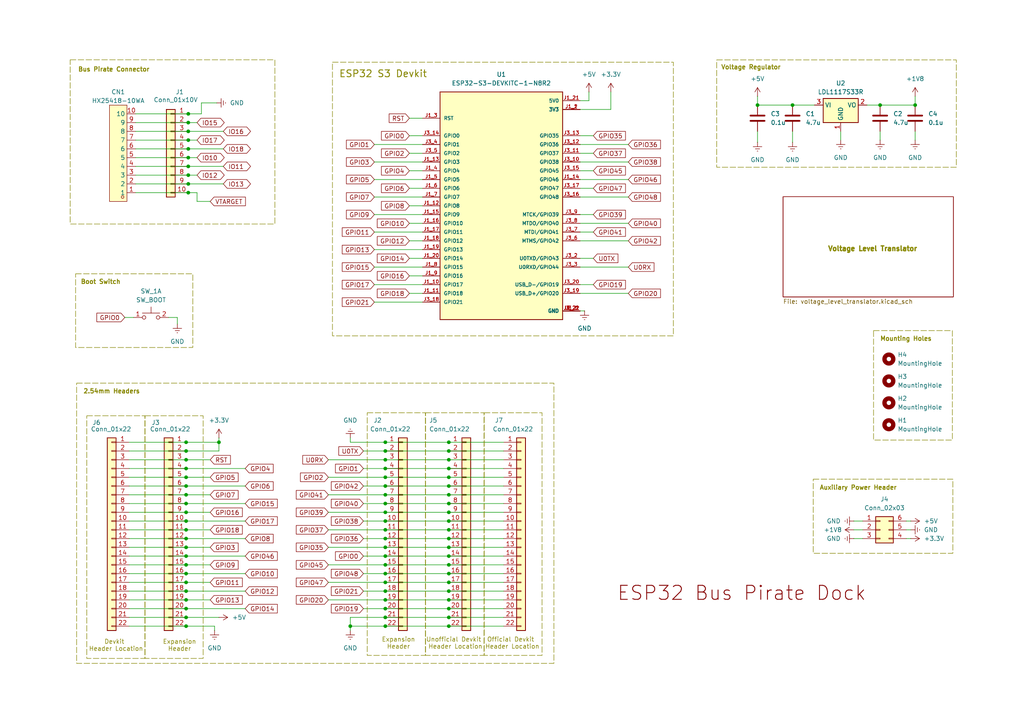
<source format=kicad_sch>
(kicad_sch (version 20250114) (generator "eeschema") (generator_version "9.0")
  (paper "A4")
  (title_block (title "ESP32 Bus Pirate Dock") (date "2025-09-21") (company "ESP32 Bus Pirate"))
  (lib_symbols
    (symbol "CONN-TH_HX25418-10WA:HX25418-10WA"
      (property "Reference" "CN" (at 0 16.51 0))
      (property "Value" "HX25418-10WA" (at 0 -16.51 0))
      (symbol "HX25418-10WA_0_1"
        (pin unspecified line (at -5.08 11.43 0) (length 2.54) (name "1") (number "1"))
        (pin unspecified line (at -5.08 8.89 0) (length 2.54) (name "2") (number "2"))
        (pin unspecified line (at -5.08 6.35 0) (length 2.54) (name "3") (number "3"))
        (pin unspecified line (at -5.08 3.81 0) (length 2.54) (name "4") (number "4"))
        (pin unspecified line (at -5.08 1.27 0) (length 2.54) (name "5") (number "5"))
        (pin unspecified line (at -5.08 -1.27 0) (length 2.54) (name "6") (number "6"))
        (pin unspecified line (at -5.08 -3.81 0) (length 2.54) (name "7") (number "7"))
        (pin unspecified line (at -5.08 -6.35 0) (length 2.54) (name "8") (number "8"))
        (pin unspecified line (at -5.08 -8.89 0) (length 2.54) (name "9") (number "9"))
        (pin unspecified line (at -5.08 -11.43 0) (length 2.54) (name "10") (number "10"))
      )
    )
    (symbol "Connector_Generic:Conn_01x10" (pin_names (offset 1.016) (hide yes))
      (property "Reference" "J" (at 0 12.7 0))
      (property "Value" "Conn_01x10" (at 0 -15.24 0))
      (symbol "Conn_01x10_1_1"
        (pin passive line (at -5.08 10.16 0) (length 3.81) (name "Pin_1") (number "1"))
        (pin passive line (at -5.08 7.62 0) (length 3.81) (name "Pin_2") (number "2"))
        (pin passive line (at -5.08 5.08 0) (length 3.81) (name "Pin_3") (number "3"))
        (pin passive line (at -5.08 2.54 0) (length 3.81) (name "Pin_4") (number "4"))
        (pin passive line (at -5.08 0 0) (length 3.81) (name "Pin_5") (number "5"))
        (pin passive line (at -5.08 -2.54 0) (length 3.81) (name "Pin_6") (number "6"))
        (pin passive line (at -5.08 -5.08 0) (length 3.81) (name "Pin_7") (number "7"))
        (pin passive line (at -5.08 -7.62 0) (length 3.81) (name "Pin_8") (number "8"))
        (pin passive line (at -5.08 -10.16 0) (length 3.81) (name "Pin_9") (number "9"))
        (pin passive line (at -5.08 -12.7 0) (length 3.81) (name "Pin_10") (number "10"))
      )
    )
    (symbol "Connector_Generic:Conn_01x22" (pin_names (offset 1.016) (hide yes))
      (property "Reference" "J" (at 0 27.94 0))
      (property "Value" "Conn_01x22" (at 0 -30.48 0))
      (symbol "Conn_01x22_1_1"
        (pin passive line (at -5.08 25.4 0) (length 3.81) (name "Pin_1") (number "1"))
        (pin passive line (at -5.08 22.86 0) (length 3.81) (name "Pin_2") (number "2"))
        (pin passive line (at -5.08 20.32 0) (length 3.81) (name "Pin_3") (number "3"))
        (pin passive line (at -5.08 17.78 0) (length 3.81) (name "Pin_4") (number "4"))
        (pin passive line (at -5.08 15.24 0) (length 3.81) (name "Pin_5") (number "5"))
        (pin passive line (at -5.08 12.7 0) (length 3.81) (name "Pin_6") (number "6"))
        (pin passive line (at -5.08 10.16 0) (length 3.81) (name "Pin_7") (number "7"))
        (pin passive line (at -5.08 7.62 0) (length 3.81) (name "Pin_8") (number "8"))
        (pin passive line (at -5.08 5.08 0) (length 3.81) (name "Pin_9") (number "9"))
        (pin passive line (at -5.08 2.54 0) (length 3.81) (name "Pin_10") (number "10"))
        (pin passive line (at -5.08 0 0) (length 3.81) (name "Pin_11") (number "11"))
        (pin passive line (at -5.08 -2.54 0) (length 3.81) (name "Pin_12") (number "12"))
        (pin passive line (at -5.08 -5.08 0) (length 3.81) (name "Pin_13") (number "13"))
        (pin passive line (at -5.08 -7.62 0) (length 3.81) (name "Pin_14") (number "14"))
        (pin passive line (at -5.08 -10.16 0) (length 3.81) (name "Pin_15") (number "15"))
        (pin passive line (at -5.08 -12.7 0) (length 3.81) (name "Pin_16") (number "16"))
        (pin passive line (at -5.08 -15.24 0) (length 3.81) (name "Pin_17") (number "17"))
        (pin passive line (at -5.08 -17.78 0) (length 3.81) (name "Pin_18") (number "18"))
        (pin passive line (at -5.08 -20.32 0) (length 3.81) (name "Pin_19") (number "19"))
        (pin passive line (at -5.08 -22.86 0) (length 3.81) (name "Pin_20") (number "20"))
        (pin passive line (at -5.08 -25.4 0) (length 3.81) (name "Pin_21") (number "21"))
        (pin passive line (at -5.08 -27.94 0) (length 3.81) (name "Pin_22") (number "22"))
      )
    )
    (symbol "Connector_Generic:Conn_02x03_Counter_Clockwise" (pin_names (offset 1.016) (hide yes))
      (property "Reference" "J" (at 1.27 5.08 0))
      (property "Value" "Conn_02x03_Counter_Clockwise" (at 1.27 -5.08 0))
      (symbol "Conn_02x03_Counter_Clockwise_1_1"
        (pin passive line (at -5.08 2.54 0) (length 3.81) (name "Pin_1") (number "1"))
        (pin passive line (at -5.08 0 0) (length 3.81) (name "Pin_2") (number "2"))
        (pin passive line (at -5.08 -2.54 0) (length 3.81) (name "Pin_3") (number "3"))
        (pin passive line (at 7.62 2.54 180) (length 3.81) (name "Pin_6") (number "6"))
        (pin passive line (at 7.62 0 180) (length 3.81) (name "Pin_5") (number "5"))
        (pin passive line (at 7.62 -2.54 180) (length 3.81) (name "Pin_4") (number "4"))
      )
    )
    (symbol "Device:C" (pin_numbers (hide yes)) (pin_names (offset 0.254))
      (property "Reference" "C" (at 0.635 2.54 0))
      (property "Value" "C" (at 0.635 -2.54 0))
      (symbol "C_1_1"
        (pin passive line (at 0 3.81 270) (length 2.794) (name "~") (number "1"))
        (pin passive line (at 0 -3.81 90) (length 2.794) (name "~") (number "2"))
      )
    )
    (symbol "ESP32-S3-DEVKITC-1-N8R2:ESP32-S3-DEVKITC-1-N8R2" (pin_names (offset 1.016))
      (property "Reference" "U" (at -17.78 35.56 0))
      (property "Value" "ESP32-S3-DEVKITC-1-N8R2" (at -17.78 -35.56 0))
      (symbol "ESP32-S3-DEVKITC-1-N8R2_0_0"
        (pin input line (at -22.86 25.4 0) (length 5.08) (name "RST") (number "J1_3"))
        (pin bidirectional line (at -22.86 20.32 0) (length 5.08) (name "GPIO0") (number "J3_14"))
        (pin bidirectional line (at -22.86 17.78 0) (length 5.08) (name "GPIO1") (number "J3_4"))
        (pin bidirectional line (at -22.86 15.24 0) (length 5.08) (name "GPIO2") (number "J3_5"))
        (pin bidirectional line (at -22.86 12.7 0) (length 5.08) (name "GPIO3") (number "J1_13"))
        (pin bidirectional line (at -22.86 10.16 0) (length 5.08) (name "GPIO4") (number "J1_4"))
        (pin bidirectional line (at -22.86 7.62 0) (length 5.08) (name "GPIO5") (number "J1_5"))
        (pin bidirectional line (at -22.86 5.08 0) (length 5.08) (name "GPIO6") (number "J1_6"))
        (pin bidirectional line (at -22.86 2.54 0) (length 5.08) (name "GPIO7") (number "J1_7"))
        (pin bidirectional line (at -22.86 0 0) (length 5.08) (name "GPIO8") (number "J1_12"))
        (pin bidirectional line (at -22.86 -2.54 0) (length 5.08) (name "GPIO9") (number "J1_15"))
        (pin bidirectional line (at -22.86 -5.08 0) (length 5.08) (name "GPIO10") (number "J1_16"))
        (pin bidirectional line (at -22.86 -7.62 0) (length 5.08) (name "GPIO11") (number "J1_17"))
        (pin bidirectional line (at -22.86 -10.16 0) (length 5.08) (name "GPIO12") (number "J1_18"))
        (pin bidirectional line (at -22.86 -12.7 0) (length 5.08) (name "GPIO13") (number "J1_19"))
        (pin bidirectional line (at -22.86 -15.24 0) (length 5.08) (name "GPIO14") (number "J1_20"))
        (pin bidirectional line (at -22.86 -17.78 0) (length 5.08) (name "GPIO15") (number "J1_8"))
        (pin bidirectional line (at -22.86 -20.32 0) (length 5.08) (name "GPIO16") (number "J1_9"))
        (pin bidirectional line (at -22.86 -22.86 0) (length 5.08) (name "GPIO17") (number "J1_10"))
        (pin bidirectional line (at -22.86 -25.4 0) (length 5.08) (name "GPIO18") (number "J1_11"))
        (pin bidirectional line (at -22.86 -27.94 0) (length 5.08) (name "GPIO21") (number "J3_18"))
        (pin power_in line (at 22.86 30.48 180) (length 5.08) (name "5V0") (number "J1_21"))
        (pin power_in line (at 22.86 27.94 180) (length 5.08) (name "3V3") (number "J1_1"))
        (pin power_in line (at 22.86 27.94 180) (length 5.08) (name "3V3") (number "J1_2"))
        (pin bidirectional line (at 22.86 20.32 180) (length 5.08) (name "GPIO35") (number "J3_13"))
        (pin bidirectional line (at 22.86 17.78 180) (length 5.08) (name "GPIO36") (number "J3_12"))
        (pin bidirectional line (at 22.86 15.24 180) (length 5.08) (name "GPIO37") (number "J3_11"))
        (pin bidirectional line (at 22.86 12.7 180) (length 5.08) (name "GPIO38") (number "J3_10"))
        (pin bidirectional line (at 22.86 10.16 180) (length 5.08) (name "GPIO45") (number "J3_15"))
        (pin bidirectional line (at 22.86 7.62 180) (length 5.08) (name "GPIO46") (number "J1_14"))
        (pin bidirectional line (at 22.86 5.08 180) (length 5.08) (name "GPIO47") (number "J3_17"))
        (pin bidirectional line (at 22.86 2.54 180) (length 5.08) (name "GPIO48") (number "J3_16"))
        (pin bidirectional line (at 22.86 -2.54 180) (length 5.08) (name "MTCK/GPIO39") (number "J3_9"))
        (pin bidirectional line (at 22.86 -5.08 180) (length 5.08) (name "MTDO/GPIO40") (number "J3_8"))
        (pin bidirectional line (at 22.86 -7.62 180) (length 5.08) (name "MTDI/GPIO41") (number "J3_7"))
        (pin bidirectional line (at 22.86 -10.16 180) (length 5.08) (name "MTMS/GPIO42") (number "J3_6"))
        (pin bidirectional line (at 22.86 -15.24 180) (length 5.08) (name "U0TXD/GPIO43") (number "J3_2"))
        (pin bidirectional line (at 22.86 -17.78 180) (length 5.08) (name "U0RXD/GPIO44") (number "J3_3"))
        (pin bidirectional line (at 22.86 -22.86 180) (length 5.08) (name "USB_D-/GPIO19") (number "J3_20"))
        (pin bidirectional line (at 22.86 -25.4 180) (length 5.08) (name "USB_D+/GPIO20") (number "J3_19"))
        (pin power_in line (at 22.86 -30.48 180) (length 5.08) (name "GND") (number "J1_22"))
        (pin power_in line (at 22.86 -30.48 180) (length 5.08) (name "GND") (number "J3_1"))
        (pin power_in line (at 22.86 -30.48 180) (length 5.08) (name "GND") (number "J3_21"))
        (pin power_in line (at 22.86 -30.48 180) (length 5.08) (name "GND") (number "J3_22"))
      )
    )
    (symbol "Mechanical:MountingHole" (pin_names (offset 1.016)) (in_bom no)
      (property "Reference" "H" (at 0 5.08 0))
      (property "Value" "MountingHole" (at 0 3.175 0))
    )
    (symbol "Regulator_Linear:AMS1117-1.8"
      (property "Reference" "U" (at -3.81 3.175 0))
      (property "Value" "AMS1117-1.8" (at 0 3.175 0))
      (symbol "AMS1117-1.8_1_1"
        (pin power_in line (at -7.62 0 0) (length 2.54) (name "VI") (number "3"))
        (pin power_in line (at 0 -7.62 90) (length 2.54) (name "GND") (number "1"))
        (pin power_out line (at 7.62 0 180) (length 2.54) (name "VO") (number "2"))
      )
    )
    (symbol "Switch:SW_Push_Dual_x2" (pin_names (offset 1.016) (hide yes))
      (property "Reference" "SW" (at 1.27 2.54 0))
      (property "Value" "SW_Push_Dual_x2" (at 0 -1.524 0))
      (symbol "SW_Push_Dual_x2_1_1"
        (pin passive line (at -5.08 0 0) (length 2.54) (name "C") (number "1"))
        (pin passive line (at 5.08 0 180) (length 2.54) (name "D") (number "2"))
      )
      (symbol "SW_Push_Dual_x2_2_1"
        (pin passive line (at -5.08 0 0) (length 2.54) (name "C") (number "3"))
        (pin passive line (at 5.08 0 180) (length 2.54) (name "D") (number "4"))
      )
    )
    (symbol "power:+1V8" (power) (pin_numbers (hide yes)) (pin_names (offset 0) (hide yes))
      (property "Value" "+1V8" (at 0 3.556 0))
      (symbol "+1V8_1_1"
        (pin power_in line (at 0 0 90) (length 0) (name "~") (number "1"))
      )
    )
    (symbol "power:+3.3V" (power) (pin_numbers (hide yes)) (pin_names (offset 0) (hide yes))
      (property "Value" "+3.3V" (at 0 3.556 0))
      (symbol "+3.3V_1_1"
        (pin power_in line (at 0 0 90) (length 0) (name "~") (number "1"))
      )
    )
    (symbol "power:+5V" (power) (pin_numbers (hide yes)) (pin_names (offset 0) (hide yes))
      (property "Value" "+5V" (at 0 3.556 0))
      (symbol "+5V_1_1"
        (pin power_in line (at 0 0 90) (length 0) (name "~") (number "1"))
      )
    )
    (symbol "power:Earth" (power) (pin_numbers (hide yes)) (pin_names (offset 0) (hide yes))
      (property "Value" "Earth" (at 0 -3.81 0))
      (symbol "Earth_1_1"
        (pin power_in line (at 0 0 270) (length 0) (name "~") (number "1"))
      )
    )
  )
  (rectangle (start 20.355 17.35) (end 79.73 64.975) (stroke (width 0) (type dash) (color 132 132 0 1)))
  (rectangle (start 25.17 120.595) (end 42.045 190.97) (stroke (width 0) (type dash) (color 132 132 0 1)))
  (rectangle (start 253.365 95.885) (end 276.225 127.635) (stroke (width 0) (type dash) (color 132 132 0 1)))
  (rectangle (start 96.425 18.04) (end 195.3 97.415) (stroke (width 0) (type dash) (color 132 132 0 1)))
  (rectangle (start 140.465 119.72) (end 157.215 190.095) (stroke (width 0) (type dash) (color 132 132 0 1)))
  (rectangle (start 22.225 111.125) (end 160.655 192.405) (stroke (width 0) (type dash) (color 132 132 0 1)))
  (rectangle (start 42.045 120.595) (end 58.92 190.97) (stroke (width 0) (type dash) (color 132 132 0 1)))
  (rectangle (start 235.87 138.98) (end 276.37 160.48) (stroke (width 0) (type dash) (color 132 132 0 1)))
  (rectangle (start 123.425 119.72) (end 140.385 190.095) (stroke (width 0) (type dash) (color 132 132 0 1)))
  (rectangle (start 207.875 17.375) (end 277.375 48.5) (stroke (width 0) (type dash) (color 132 132 0 1)))
  (rectangle (start 21.925 79.415) (end 55.925 100.79) (stroke (width 0) (type dash) (color 132 132 0 1)))
  (rectangle (start 106.51 119.72) (end 123.385 190.095) (stroke (width 0) (type dash) (color 132 132 0 1)))
  (text "Boot Switch" (at 29.21 81.915 0) (effects (font (size 1.27 1.27) (thickness 0.254) (bold yes))))
  (text "Mounting Holes" (at 262.763 98.425 0) (effects (font (size 1.27 1.27) (thickness 0.254) (bold yes))))
  (text "Voltage Regulator" (at 217.805 19.685 0) (effects (font (size 1.27 1.27) (thickness 0.254) (bold yes))))
  (text "Bus Pirate Connector" (at 33.02 20.32 0) (effects (font (size 1.27 1.27) (thickness 0.254) (bold yes))))
  (text "Auxiliary Power Header" (at 248.92 141.605 0) (effects (font (size 1.27 1.27) (thickness 0.254) (bold yes))))
  (text "Unofficial Devkit \nHeader Location" (at 132.08 186.69 0) (effects (font (size 1.27 1.27))))
  (text "Expansion\nHeader" (at 52.07 187.325 0) (effects (font (size 1.27 1.27))))
  (text "Official Devkit \nHeader Location" (at 148.59 186.69 0) (effects (font (size 1.27 1.27))))
  (text "Expansion\nHeader" (at 115.57 186.69 0) (effects (font (size 1.27 1.27))))
  (text "2.54mm Headers" (at 32.385 113.665 0) (effects (font (size 1.27 1.27) (thickness 0.254) (bold yes))))
  (text "Devkit \nHeader Location" (at 33.655 187.325 0) (effects (font (size 1.27 1.27))))
  (text "ESP32 S3 Devkit" (at 111.125 21.59 0) (effects (font (size 2 2) (thickness 0.254) (bold yes))))
  (text "ESP32 Bus Pirate Dock" (at 215.138 172.212 0) (effects (font (size 4.064 4.064) (thickness 0.254) (bold yes))))
  (junction (at 130.175 156.21))
  (junction (at 111.76 153.67))
  (junction (at 130.175 138.43))
  (junction (at 130.175 158.75))
  (junction (at 111.76 179.07))
  (junction (at 111.76 140.97))
  (junction (at 53.975 133.35))
  (junction (at 111.76 181.61))
  (junction (at 53.975 163.83))
  (junction (at 53.975 173.99))
  (junction (at 219.71 30.48))
  (junction (at 53.975 179.07))
  (junction (at 130.175 140.97))
  (junction (at 130.175 171.45))
  (junction (at 111.76 133.35))
  (junction (at 53.975 148.59))
  (junction (at 111.76 138.43))
  (junction (at 54.61 38.1))
  (junction (at 130.175 173.99))
  (junction (at 130.175 135.89))
  (junction (at 130.175 151.13))
  (junction (at 53.975 151.13))
  (junction (at 111.76 128.27))
  (junction (at 54.61 43.18))
  (junction (at 130.175 146.05))
  (junction (at 130.175 161.29))
  (junction (at 53.975 140.97))
  (junction (at 54.61 50.8))
  (junction (at 111.76 135.89))
  (junction (at 130.175 130.81))
  (junction (at 130.175 168.91))
  (junction (at 265.43 30.48))
  (junction (at 111.76 130.81))
  (junction (at 53.975 138.43))
  (junction (at 53.975 161.29))
  (junction (at 53.975 176.53))
  (junction (at 54.61 48.26))
  (junction (at 54.61 33.02))
  (junction (at 111.76 166.37))
  (junction (at 130.175 148.59))
  (junction (at 53.975 128.27))
  (junction (at 53.975 143.51))
  (junction (at 130.175 176.53))
  (junction (at 111.76 143.51))
  (junction (at 63.5 128.27))
  (junction (at 111.76 173.99))
  (junction (at 130.175 128.27))
  (junction (at 54.61 55.88))
  (junction (at 111.76 146.05))
  (junction (at 111.76 151.13))
  (junction (at 53.975 166.37))
  (junction (at 54.61 35.56))
  (junction (at 53.975 156.21))
  (junction (at 111.76 168.91))
  (junction (at 255.27 30.48))
  (junction (at 53.975 158.75))
  (junction (at 53.975 171.45))
  (junction (at 111.76 171.45))
  (junction (at 111.76 161.29))
  (junction (at 101.6 181.61))
  (junction (at 53.975 181.61))
  (junction (at 111.76 158.75))
  (junction (at 111.76 176.53))
  (junction (at 111.76 156.21))
  (junction (at 54.61 45.72))
  (junction (at 130.175 166.37))
  (junction (at 53.975 146.05))
  (junction (at 130.175 179.07))
  (junction (at 54.61 40.64))
  (junction (at 53.975 130.81))
  (junction (at 53.975 153.67))
  (junction (at 130.175 163.83))
  (junction (at 130.175 143.51))
  (junction (at 54.61 53.34))
  (junction (at 111.76 163.83))
  (junction (at 53.975 168.91))
  (junction (at 130.175 133.35))
  (junction (at 130.175 153.67))
  (junction (at 130.175 181.61))
  (junction (at 229.87 30.48))
  (junction (at 111.76 148.59))
  (junction (at 53.975 135.89))
  (wire (pts (xy 130.175 158.75) (xy 146.05 158.75)))
  (wire (pts (xy 130.175 161.29) (xy 146.05 161.29)))
  (wire (pts (xy 247.65 151.13) (xy 250.19 151.13)))
  (wire (pts (xy 39.37 53.34) (xy 54.61 53.34)))
  (wire (pts (xy 53.975 148.59) (xy 60.96 148.59)))
  (wire (pts (xy 111.76 156.21) (xy 130.175 156.21)))
  (wire (pts (xy 36.195 92.075) (xy 38.735 92.075)))
  (wire (pts (xy 130.175 173.99) (xy 146.05 173.99)))
  (wire (pts (xy 57.15 55.88) (xy 54.61 55.88)))
  (wire (pts (xy 182.245 64.77) (xy 168.275 64.77)))
  (wire (pts (xy 182.245 57.15) (xy 168.275 57.15)))
  (wire (pts (xy 130.175 133.35) (xy 146.05 133.35)))
  (wire (pts (xy 101.6 127) (xy 101.6 128.27)))
  (wire (pts (xy 53.975 138.43) (xy 60.96 138.43)))
  (wire (pts (xy 101.6 181.61) (xy 111.76 181.61)))
  (wire (pts (xy 53.975 156.21) (xy 71.12 156.21)))
  (wire (pts (xy 54.61 45.72) (xy 57.15 45.72)))
  (wire (pts (xy 108.585 82.55) (xy 122.555 82.55)))
  (wire (pts (xy 168.275 74.93) (xy 172.085 74.93)))
  (wire (pts (xy 39.37 40.64) (xy 54.61 40.64)))
  (wire (pts (xy 108.585 67.31) (xy 122.555 67.31)))
  (wire (pts (xy 53.975 133.35) (xy 60.96 133.35)))
  (wire (pts (xy 118.745 54.61) (xy 122.555 54.61)))
  (wire (pts (xy 101.6 179.07) (xy 101.6 181.61)))
  (wire (pts (xy 111.76 179.07) (xy 130.175 179.07)))
  (wire (pts (xy 53.975 176.53) (xy 71.12 176.53)))
  (wire (pts (xy 37.465 140.97) (xy 53.975 140.97)))
  (wire (pts (xy 37.465 179.07) (xy 53.975 179.07)))
  (wire (pts (xy 58.42 33.02) (xy 54.61 33.02)))
  (wire (pts (xy 111.76 146.05) (xy 130.175 146.05)))
  (wire (pts (xy 105.41 151.13) (xy 111.76 151.13)))
  (wire (pts (xy 108.585 72.39) (xy 122.555 72.39)))
  (wire (pts (xy 37.465 158.75) (xy 53.975 158.75)))
  (wire (pts (xy 170.815 29.21) (xy 168.275 29.21)))
  (wire (pts (xy 229.87 38.1) (xy 229.87 41.275)))
  (wire (pts (xy 247.65 153.67) (xy 250.19 153.67)))
  (wire (pts (xy 108.585 87.63) (xy 122.555 87.63)))
  (wire (pts (xy 51.435 93.98) (xy 51.435 92.075)))
  (wire (pts (xy 168.275 85.09) (xy 182.245 85.09)))
  (wire (pts (xy 37.465 161.29) (xy 53.975 161.29)))
  (wire (pts (xy 62.23 182.88) (xy 62.23 181.61)))
  (wire (pts (xy 108.585 77.47) (xy 122.555 77.47)))
  (wire (pts (xy 95.25 158.75) (xy 111.76 158.75)))
  (wire (pts (xy 172.085 49.53) (xy 168.275 49.53)))
  (wire (pts (xy 130.175 176.53) (xy 146.05 176.53)))
  (wire (pts (xy 118.745 80.01) (xy 122.555 80.01)))
  (wire (pts (xy 255.27 38.1) (xy 255.27 40.64)))
  (wire (pts (xy 101.6 179.07) (xy 111.76 179.07)))
  (wire (pts (xy 95.25 173.99) (xy 111.76 173.99)))
  (wire (pts (xy 95.25 133.35) (xy 111.76 133.35)))
  (wire (pts (xy 172.085 44.45) (xy 168.275 44.45)))
  (wire (pts (xy 51.435 92.075) (xy 48.895 92.075)))
  (wire (pts (xy 108.585 41.91) (xy 122.555 41.91)))
  (wire (pts (xy 37.465 166.37) (xy 53.975 166.37)))
  (wire (pts (xy 53.975 181.61) (xy 62.23 181.61)))
  (wire (pts (xy 37.465 171.45) (xy 53.975 171.45)))
  (wire (pts (xy 37.465 148.59) (xy 53.975 148.59)))
  (wire (pts (xy 95.25 163.83) (xy 111.76 163.83)))
  (wire (pts (xy 53.975 158.75) (xy 60.96 158.75)))
  (wire (pts (xy 118.745 49.53) (xy 122.555 49.53)))
  (wire (pts (xy 130.175 163.83) (xy 146.05 163.83)))
  (wire (pts (xy 105.41 130.81) (xy 111.76 130.81)))
  (wire (pts (xy 168.275 67.31) (xy 172.085 67.31)))
  (wire (pts (xy 95.25 143.51) (xy 111.76 143.51)))
  (wire (pts (xy 130.175 128.27) (xy 146.05 128.27)))
  (wire (pts (xy 130.175 138.43) (xy 146.05 138.43)))
  (wire (pts (xy 265.43 27.94) (xy 265.43 30.48)))
  (wire (pts (xy 111.76 161.29) (xy 130.175 161.29)))
  (wire (pts (xy 177.165 31.75) (xy 168.275 31.75)))
  (wire (pts (xy 118.745 34.29) (xy 122.555 34.29)))
  (wire (pts (xy 37.465 146.05) (xy 53.975 146.05)))
  (wire (pts (xy 39.37 35.56) (xy 54.61 35.56)))
  (wire (pts (xy 37.465 128.27) (xy 53.975 128.27)))
  (wire (pts (xy 219.71 30.48) (xy 229.87 30.48)))
  (wire (pts (xy 111.76 166.37) (xy 130.175 166.37)))
  (wire (pts (xy 182.245 52.07) (xy 168.275 52.07)))
  (wire (pts (xy 53.975 143.51) (xy 60.96 143.51)))
  (wire (pts (xy 118.745 44.45) (xy 122.555 44.45)))
  (wire (pts (xy 37.465 176.53) (xy 53.975 176.53)))
  (wire (pts (xy 37.465 143.51) (xy 53.975 143.51)))
  (wire (pts (xy 111.76 168.91) (xy 130.175 168.91)))
  (wire (pts (xy 53.975 128.27) (xy 63.5 128.27)))
  (wire (pts (xy 219.71 38.1) (xy 219.71 41.275)))
  (wire (pts (xy 53.975 171.45) (xy 71.12 171.45)))
  (wire (pts (xy 39.37 45.72) (xy 54.61 45.72)))
  (wire (pts (xy 169.545 90.17) (xy 168.275 90.17)))
  (wire (pts (xy 111.76 163.83) (xy 130.175 163.83)))
  (wire (pts (xy 247.65 156.21) (xy 250.19 156.21)))
  (wire (pts (xy 130.175 166.37) (xy 146.05 166.37)))
  (wire (pts (xy 53.975 161.29) (xy 71.12 161.29)))
  (wire (pts (xy 130.175 153.67) (xy 146.05 153.67)))
  (wire (pts (xy 53.975 163.83) (xy 60.96 163.83)))
  (wire (pts (xy 54.61 50.8) (xy 57.15 50.8)))
  (wire (pts (xy 53.975 130.81) (xy 63.5 130.81)))
  (wire (pts (xy 53.975 135.89) (xy 71.12 135.89)))
  (wire (pts (xy 105.41 156.21) (xy 111.76 156.21)))
  (wire (pts (xy 111.76 151.13) (xy 130.175 151.13)))
  (wire (pts (xy 63.5 128.27) (xy 63.5 130.81)))
  (wire (pts (xy 130.175 135.89) (xy 146.05 135.89)))
  (wire (pts (xy 37.465 153.67) (xy 53.975 153.67)))
  (wire (pts (xy 105.41 135.89) (xy 111.76 135.89)))
  (wire (pts (xy 37.465 151.13) (xy 53.975 151.13)))
  (wire (pts (xy 111.76 133.35) (xy 130.175 133.35)))
  (wire (pts (xy 111.76 173.99) (xy 130.175 173.99)))
  (wire (pts (xy 101.6 128.27) (xy 111.76 128.27)))
  (wire (pts (xy 95.25 138.43) (xy 111.76 138.43)))
  (wire (pts (xy 111.76 176.53) (xy 130.175 176.53)))
  (wire (pts (xy 111.76 153.67) (xy 130.175 153.67)))
  (wire (pts (xy 105.41 176.53) (xy 111.76 176.53)))
  (wire (pts (xy 108.585 62.23) (xy 122.555 62.23)))
  (wire (pts (xy 118.745 74.93) (xy 122.555 74.93)))
  (wire (pts (xy 130.175 171.45) (xy 146.05 171.45)))
  (wire (pts (xy 182.245 46.99) (xy 168.275 46.99)))
  (wire (pts (xy 105.41 161.29) (xy 111.76 161.29)))
  (wire (pts (xy 57.15 58.42) (xy 60.96 58.42)))
  (wire (pts (xy 111.76 148.59) (xy 130.175 148.59)))
  (wire (pts (xy 243.84 38.1) (xy 243.84 40.64)))
  (wire (pts (xy 130.175 156.21) (xy 146.05 156.21)))
  (wire (pts (xy 39.37 38.1) (xy 54.61 38.1)))
  (wire (pts (xy 37.465 173.99) (xy 53.975 173.99)))
  (wire (pts (xy 53.975 146.05) (xy 71.12 146.05)))
  (wire (pts (xy 264.16 151.13) (xy 262.89 151.13)))
  (wire (pts (xy 108.585 46.99) (xy 122.555 46.99)))
  (wire (pts (xy 229.87 30.48) (xy 236.22 30.48)))
  (wire (pts (xy 37.465 135.89) (xy 53.975 135.89)))
  (wire (pts (xy 264.16 153.67) (xy 262.89 153.67)))
  (wire (pts (xy 111.76 128.27) (xy 130.175 128.27)))
  (wire (pts (xy 130.175 146.05) (xy 146.05 146.05)))
  (wire (pts (xy 255.27 30.48) (xy 265.43 30.48)))
  (wire (pts (xy 265.43 38.1) (xy 265.43 40.64)))
  (wire (pts (xy 130.175 181.61) (xy 146.05 181.61)))
  (wire (pts (xy 111.76 140.97) (xy 130.175 140.97)))
  (wire (pts (xy 168.275 82.55) (xy 172.085 82.55)))
  (wire (pts (xy 182.245 77.47) (xy 168.275 77.47)))
  (wire (pts (xy 111.76 135.89) (xy 130.175 135.89)))
  (wire (pts (xy 182.245 69.85) (xy 168.275 69.85)))
  (wire (pts (xy 53.975 153.67) (xy 60.96 153.67)))
  (wire (pts (xy 54.61 53.34) (xy 64.77 53.34)))
  (wire (pts (xy 170.815 26.67) (xy 170.815 29.21)))
  (wire (pts (xy 53.975 179.07) (xy 63.5 179.07)))
  (wire (pts (xy 108.585 52.07) (xy 122.555 52.07)))
  (wire (pts (xy 130.175 143.51) (xy 146.05 143.51)))
  (wire (pts (xy 111.76 181.61) (xy 130.175 181.61)))
  (wire (pts (xy 168.275 62.23) (xy 172.085 62.23)))
  (wire (pts (xy 130.175 168.91) (xy 146.05 168.91)))
  (wire (pts (xy 182.245 41.91) (xy 168.275 41.91)))
  (wire (pts (xy 251.46 30.48) (xy 255.27 30.48)))
  (wire (pts (xy 54.61 48.26) (xy 64.77 48.26)))
  (wire (pts (xy 53.975 151.13) (xy 71.12 151.13)))
  (wire (pts (xy 118.745 69.85) (xy 122.555 69.85)))
  (wire (pts (xy 37.465 168.91) (xy 53.975 168.91)))
  (wire (pts (xy 172.085 39.37) (xy 168.275 39.37)))
  (wire (pts (xy 39.37 43.18) (xy 54.61 43.18)))
  (wire (pts (xy 118.745 59.69) (xy 122.555 59.69)))
  (wire (pts (xy 118.745 85.09) (xy 122.555 85.09)))
  (wire (pts (xy 108.585 57.15) (xy 122.555 57.15)))
  (wire (pts (xy 37.465 133.35) (xy 53.975 133.35)))
  (wire (pts (xy 54.61 35.56) (xy 57.15 35.56)))
  (wire (pts (xy 177.165 26.67) (xy 177.165 31.75)))
  (wire (pts (xy 105.41 171.45) (xy 111.76 171.45)))
  (wire (pts (xy 57.15 55.88) (xy 57.15 58.42)))
  (wire (pts (xy 39.37 33.02) (xy 54.61 33.02)))
  (wire (pts (xy 37.465 181.61) (xy 53.975 181.61)))
  (wire (pts (xy 53.975 140.97) (xy 71.12 140.97)))
  (wire (pts (xy 54.61 38.1) (xy 64.77 38.1)))
  (wire (pts (xy 111.76 130.81) (xy 130.175 130.81)))
  (wire (pts (xy 54.61 43.18) (xy 64.77 43.18)))
  (wire (pts (xy 118.745 64.77) (xy 122.555 64.77)))
  (wire (pts (xy 53.975 168.91) (xy 60.96 168.91)))
  (wire (pts (xy 63.5 127) (xy 63.5 128.27)))
  (wire (pts (xy 39.37 55.88) (xy 54.61 55.88)))
  (wire (pts (xy 105.41 166.37) (xy 111.76 166.37)))
  (wire (pts (xy 130.175 148.59) (xy 146.05 148.59)))
  (wire (pts (xy 95.25 168.91) (xy 111.76 168.91)))
  (wire (pts (xy 118.745 39.37) (xy 122.555 39.37)))
  (wire (pts (xy 130.175 140.97) (xy 146.05 140.97)))
  (wire (pts (xy 172.085 54.61) (xy 168.275 54.61)))
  (wire (pts (xy 62.865 29.845) (xy 58.42 29.845)))
  (wire (pts (xy 219.71 27.94) (xy 219.71 30.48)))
  (wire (pts (xy 37.465 138.43) (xy 53.975 138.43)))
  (wire (pts (xy 95.25 153.67) (xy 111.76 153.67)))
  (wire (pts (xy 54.61 40.64) (xy 57.15 40.64)))
  (wire (pts (xy 111.76 171.45) (xy 130.175 171.45)))
  (wire (pts (xy 37.465 163.83) (xy 53.975 163.83)))
  (wire (pts (xy 111.76 143.51) (xy 130.175 143.51)))
  (wire (pts (xy 101.6 182.88) (xy 101.6 181.61)))
  (wire (pts (xy 111.76 138.43) (xy 130.175 138.43)))
  (wire (pts (xy 130.175 179.07) (xy 146.05 179.07)))
  (wire (pts (xy 105.41 140.97) (xy 111.76 140.97)))
  (wire (pts (xy 264.16 156.21) (xy 262.89 156.21)))
  (wire (pts (xy 37.465 156.21) (xy 53.975 156.21)))
  (wire (pts (xy 53.975 166.37) (xy 71.12 166.37)))
  (wire (pts (xy 39.37 48.26) (xy 54.61 48.26)))
  (wire (pts (xy 105.41 146.05) (xy 111.76 146.05)))
  (wire (pts (xy 130.175 130.81) (xy 146.05 130.81)))
  (wire (pts (xy 95.25 148.59) (xy 111.76 148.59)))
  (wire (pts (xy 39.37 50.8) (xy 54.61 50.8)))
  (wire (pts (xy 58.42 29.845) (xy 58.42 33.02)))
  (wire (pts (xy 37.465 130.81) (xy 53.975 130.81)))
  (wire (pts (xy 53.975 173.99) (xy 60.96 173.99)))
  (wire (pts (xy 130.175 151.13) (xy 146.05 151.13)))
  (wire (pts (xy 111.76 158.75) (xy 130.175 158.75)))
  (global_label "GPIO20" (shape input) (at 95.25 173.99 180) (property "Intersheetrefs" "${INTERSHEET_REFS}" (at 85.3705 173.99 0) (effects (justify right))))
  (global_label "GPIO19" (shape input) (at 105.41 176.53 180) (property "Intersheetrefs" "${INTERSHEET_REFS}" (at 95.5305 176.53 0) (effects (justify right))))
  (global_label "GPIO15" (shape input) (at 108.585 77.47 180) (property "Intersheetrefs" "${INTERSHEET_REFS}" (at 98.7055 77.47 0) (effects (justify right))))
  (global_label "GPIO6" (shape input) (at 71.12 140.97 0) (property "Intersheetrefs" "${INTERSHEET_REFS}" (at 79.79 140.97 0) (effects (justify left))))
  (global_label "GPIO15" (shape input) (at 71.12 146.05 0) (property "Intersheetrefs" "${INTERSHEET_REFS}" (at 80.9995 146.05 0) (effects (justify left))))
  (global_label "IO13" (shape bidirectional) (at 64.77 53.34 0) (property "Intersheetrefs" "${INTERSHEET_REFS}" (at 73.2208 53.34 0) (effects (justify left))))
  (global_label "GPIO38" (shape input) (at 182.245 46.99 0) (property "Intersheetrefs" "${INTERSHEET_REFS}" (at 192.1245 46.99 0) (effects (justify left))))
  (global_label "GPIO2" (shape input) (at 118.745 44.45 180) (property "Intersheetrefs" "${INTERSHEET_REFS}" (at 110.075 44.45 0) (effects (justify right))))
  (global_label "GPIO4" (shape input) (at 71.12 135.89 0) (property "Intersheetrefs" "${INTERSHEET_REFS}" (at 79.79 135.89 0) (effects (justify left))))
  (global_label "GPIO46" (shape input) (at 182.245 52.07 0) (property "Intersheetrefs" "${INTERSHEET_REFS}" (at 192.1245 52.07 0) (effects (justify left))))
  (global_label "GPIO17" (shape input) (at 108.585 82.55 180) (property "Intersheetrefs" "${INTERSHEET_REFS}" (at 98.7055 82.55 0) (effects (justify right))))
  (global_label "GPIO16" (shape input) (at 118.745 80.01 180) (property "Intersheetrefs" "${INTERSHEET_REFS}" (at 108.8655 80.01 0) (effects (justify right))))
  (global_label "GPIO10" (shape input) (at 71.12 166.37 0) (property "Intersheetrefs" "${INTERSHEET_REFS}" (at 80.9995 166.37 0) (effects (justify left))))
  (global_label "GPIO7" (shape input) (at 108.585 57.15 180) (property "Intersheetrefs" "${INTERSHEET_REFS}" (at 99.915 57.15 0) (effects (justify right))))
  (global_label "GPIO7" (shape input) (at 60.96 143.51 0) (property "Intersheetrefs" "${INTERSHEET_REFS}" (at 69.63 143.51 0) (effects (justify left))))
  (global_label "VTARGET" (shape input) (at 60.96 58.42 0) (property "Intersheetrefs" "${INTERSHEET_REFS}" (at 71.7466 58.42 0) (effects (justify left))))
  (global_label "GPIO37" (shape input) (at 172.085 44.45 0) (property "Intersheetrefs" "${INTERSHEET_REFS}" (at 181.9645 44.45 0) (effects (justify left))))
  (global_label "IO15" (shape bidirectional) (at 57.15 35.56 0) (property "Intersheetrefs" "${INTERSHEET_REFS}" (at 65.6008 35.56 0) (effects (justify left))))
  (global_label "GPIO5" (shape input) (at 60.96 138.43 0) (property "Intersheetrefs" "${INTERSHEET_REFS}" (at 69.63 138.43 0) (effects (justify left))))
  (global_label "RST" (shape input) (at 60.96 133.35 0) (property "Intersheetrefs" "${INTERSHEET_REFS}" (at 67.3923 133.35 0) (effects (justify left))))
  (global_label "U0TX" (shape input) (at 172.085 74.93 0) (property "Intersheetrefs" "${INTERSHEET_REFS}" (at 179.7873 74.93 0) (effects (justify left))))
  (global_label "GPIO41" (shape input) (at 172.085 67.31 0) (property "Intersheetrefs" "${INTERSHEET_REFS}" (at 181.9645 67.31 0) (effects (justify left))))
  (global_label "IO11" (shape bidirectional) (at 64.77 48.26 0) (property "Intersheetrefs" "${INTERSHEET_REFS}" (at 73.2208 48.26 0) (effects (justify left))))
  (global_label "GPIO42" (shape input) (at 182.245 69.85 0) (property "Intersheetrefs" "${INTERSHEET_REFS}" (at 192.1245 69.85 0) (effects (justify left))))
  (global_label "GPIO8" (shape input) (at 71.12 156.21 0) (property "Intersheetrefs" "${INTERSHEET_REFS}" (at 79.79 156.21 0) (effects (justify left))))
  (global_label "GPIO48" (shape input) (at 182.245 57.15 0) (property "Intersheetrefs" "${INTERSHEET_REFS}" (at 192.1245 57.15 0) (effects (justify left))))
  (global_label "GPIO12" (shape input) (at 118.745 69.85 180) (property "Intersheetrefs" "${INTERSHEET_REFS}" (at 108.8655 69.85 0) (effects (justify right))))
  (global_label "GPIO0" (shape input) (at 36.195 92.075 180) (property "Intersheetrefs" "${INTERSHEET_REFS}" (at 27.525 92.075 0) (effects (justify right))))
  (global_label "GPIO14" (shape input) (at 118.745 74.93 180) (property "Intersheetrefs" "${INTERSHEET_REFS}" (at 108.8655 74.93 0) (effects (justify right))))
  (global_label "GPIO17" (shape input) (at 71.12 151.13 0) (property "Intersheetrefs" "${INTERSHEET_REFS}" (at 80.9995 151.13 0) (effects (justify left))))
  (global_label "GPIO35" (shape input) (at 172.085 39.37 0) (property "Intersheetrefs" "${INTERSHEET_REFS}" (at 181.9645 39.37 0) (effects (justify left))))
  (global_label "GPIO12" (shape input) (at 71.12 171.45 0) (property "Intersheetrefs" "${INTERSHEET_REFS}" (at 80.9995 171.45 0) (effects (justify left))))
  (global_label "GPIO35" (shape input) (at 95.25 158.75 180) (property "Intersheetrefs" "${INTERSHEET_REFS}" (at 85.3705 158.75 0) (effects (justify right))))
  (global_label "GPIO3" (shape input) (at 60.96 158.75 0) (property "Intersheetrefs" "${INTERSHEET_REFS}" (at 69.63 158.75 0) (effects (justify left))))
  (global_label "GPIO45" (shape input) (at 95.25 163.83 180) (property "Intersheetrefs" "${INTERSHEET_REFS}" (at 85.3705 163.83 0) (effects (justify right))))
  (global_label "GPIO6" (shape input) (at 118.745 54.61 180) (property "Intersheetrefs" "${INTERSHEET_REFS}" (at 110.075 54.61 0) (effects (justify right))))
  (global_label "GPIO3" (shape input) (at 108.585 46.99 180) (property "Intersheetrefs" "${INTERSHEET_REFS}" (at 99.915 46.99 0) (effects (justify right))))
  (global_label "GPIO1" (shape input) (at 108.585 41.91 180) (property "Intersheetrefs" "${INTERSHEET_REFS}" (at 99.915 41.91 0) (effects (justify right))))
  (global_label "GPIO8" (shape input) (at 118.745 59.69 180) (property "Intersheetrefs" "${INTERSHEET_REFS}" (at 110.075 59.69 0) (effects (justify right))))
  (global_label "GPIO39" (shape input) (at 95.25 148.59 180) (property "Intersheetrefs" "${INTERSHEET_REFS}" (at 85.3705 148.59 0) (effects (justify right))))
  (global_label "GPIO19" (shape input) (at 172.085 82.55 0) (property "Intersheetrefs" "${INTERSHEET_REFS}" (at 181.9645 82.55 0) (effects (justify left))))
  (global_label "GPIO45" (shape input) (at 172.085 49.53 0) (property "Intersheetrefs" "${INTERSHEET_REFS}" (at 181.9645 49.53 0) (effects (justify left))))
  (global_label "GPIO9" (shape input) (at 60.96 163.83 0) (property "Intersheetrefs" "${INTERSHEET_REFS}" (at 69.63 163.83 0) (effects (justify left))))
  (global_label "GPIO48" (shape input) (at 105.41 166.37 180) (property "Intersheetrefs" "${INTERSHEET_REFS}" (at 95.5305 166.37 0) (effects (justify right))))
  (global_label "GPIO16" (shape input) (at 60.96 148.59 0) (property "Intersheetrefs" "${INTERSHEET_REFS}" (at 70.8395 148.59 0) (effects (justify left))))
  (global_label "GPIO18" (shape input) (at 118.745 85.09 180) (property "Intersheetrefs" "${INTERSHEET_REFS}" (at 108.8655 85.09 0) (effects (justify right))))
  (global_label "IO10" (shape bidirectional) (at 57.15 45.72 0) (property "Intersheetrefs" "${INTERSHEET_REFS}" (at 65.6008 45.72 0) (effects (justify left))))
  (global_label "GPIO38" (shape input) (at 105.41 151.13 180) (property "Intersheetrefs" "${INTERSHEET_REFS}" (at 95.5305 151.13 0) (effects (justify right))))
  (global_label "GPIO47" (shape input) (at 95.25 168.91 180) (property "Intersheetrefs" "${INTERSHEET_REFS}" (at 85.3705 168.91 0) (effects (justify right))))
  (global_label "GPIO5" (shape input) (at 108.585 52.07 180) (property "Intersheetrefs" "${INTERSHEET_REFS}" (at 99.915 52.07 0) (effects (justify right))))
  (global_label "RST" (shape input) (at 118.745 34.29 180) (property "Intersheetrefs" "${INTERSHEET_REFS}" (at 112.3127 34.29 0) (effects (justify right))))
  (global_label "IO18" (shape bidirectional) (at 64.77 43.18 0) (property "Intersheetrefs" "${INTERSHEET_REFS}" (at 73.2208 43.18 0) (effects (justify left))))
  (global_label "IO12" (shape bidirectional) (at 57.15 50.8 0) (property "Intersheetrefs" "${INTERSHEET_REFS}" (at 65.6008 50.8 0) (effects (justify left))))
  (global_label "GPIO20" (shape input) (at 182.245 85.09 0) (property "Intersheetrefs" "${INTERSHEET_REFS}" (at 192.1245 85.09 0) (effects (justify left))))
  (global_label "IO16" (shape bidirectional) (at 64.77 38.1 0) (property "Intersheetrefs" "${INTERSHEET_REFS}" (at 73.2208 38.1 0) (effects (justify left))))
  (global_label "GPIO11" (shape input) (at 108.585 67.31 180) (property "Intersheetrefs" "${INTERSHEET_REFS}" (at 98.7055 67.31 0) (effects (justify right))))
  (global_label "GPIO14" (shape input) (at 71.12 176.53 0) (property "Intersheetrefs" "${INTERSHEET_REFS}" (at 80.9995 176.53 0) (effects (justify left))))
  (global_label "GPIO0" (shape input) (at 118.745 39.37 180) (property "Intersheetrefs" "${INTERSHEET_REFS}" (at 110.075 39.37 0) (effects (justify right))))
  (global_label "GPIO9" (shape input) (at 108.585 62.23 180) (property "Intersheetrefs" "${INTERSHEET_REFS}" (at 99.915 62.23 0) (effects (justify right))))
  (global_label "GPIO37" (shape input) (at 95.25 153.67 180) (property "Intersheetrefs" "${INTERSHEET_REFS}" (at 85.3705 153.67 0) (effects (justify right))))
  (global_label "GPIO46" (shape input) (at 71.12 161.29 0) (property "Intersheetrefs" "${INTERSHEET_REFS}" (at 80.9995 161.29 0) (effects (justify left))))
  (global_label "U0RX" (shape input) (at 95.25 133.35 180) (property "Intersheetrefs" "${INTERSHEET_REFS}" (at 87.2453 133.35 0) (effects (justify right))))
  (global_label "GPIO4" (shape input) (at 118.745 49.53 180) (property "Intersheetrefs" "${INTERSHEET_REFS}" (at 110.075 49.53 0) (effects (justify right))))
  (global_label "GPIO10" (shape input) (at 118.745 64.77 180) (property "Intersheetrefs" "${INTERSHEET_REFS}" (at 108.8655 64.77 0) (effects (justify right))))
  (global_label "IO17" (shape bidirectional) (at 57.15 40.64 0) (property "Intersheetrefs" "${INTERSHEET_REFS}" (at 65.6008 40.64 0) (effects (justify left))))
  (global_label "GPIO1" (shape input) (at 105.41 135.89 180) (property "Intersheetrefs" "${INTERSHEET_REFS}" (at 96.74 135.89 0) (effects (justify right))))
  (global_label "GPIO42" (shape input) (at 105.41 140.97 180) (property "Intersheetrefs" "${INTERSHEET_REFS}" (at 95.5305 140.97 0) (effects (justify right))))
  (global_label "U0RX" (shape input) (at 182.245 77.47 0) (property "Intersheetrefs" "${INTERSHEET_REFS}" (at 190.2497 77.47 0) (effects (justify left))))
  (global_label "GPIO13" (shape input) (at 60.96 173.99 0) (property "Intersheetrefs" "${INTERSHEET_REFS}" (at 70.8395 173.99 0) (effects (justify left))))
  (global_label "GPIO41" (shape input) (at 95.25 143.51 180) (property "Intersheetrefs" "${INTERSHEET_REFS}" (at 85.3705 143.51 0) (effects (justify right))))
  (global_label "GPIO36" (shape input) (at 182.245 41.91 0) (property "Intersheetrefs" "${INTERSHEET_REFS}" (at 192.1245 41.91 0) (effects (justify left))))
  (global_label "GPIO2" (shape input) (at 95.25 138.43 180) (property "Intersheetrefs" "${INTERSHEET_REFS}" (at 86.58 138.43 0) (effects (justify right))))
  (global_label "GPIO40" (shape input) (at 182.245 64.77 0) (property "Intersheetrefs" "${INTERSHEET_REFS}" (at 192.1245 64.77 0) (effects (justify left))))
  (global_label "GPIO13" (shape input) (at 108.585 72.39 180) (property "Intersheetrefs" "${INTERSHEET_REFS}" (at 98.7055 72.39 0) (effects (justify right))))
  (global_label "GPIO21" (shape input) (at 105.41 171.45 180) (property "Intersheetrefs" "${INTERSHEET_REFS}" (at 95.5305 171.45 0) (effects (justify right))))
  (global_label "GPIO18" (shape input) (at 60.96 153.67 0) (property "Intersheetrefs" "${INTERSHEET_REFS}" (at 70.8395 153.67 0) (effects (justify left))))
  (global_label "GPIO36" (shape input) (at 105.41 156.21 180) (property "Intersheetrefs" "${INTERSHEET_REFS}" (at 95.5305 156.21 0) (effects (justify right))))
  (global_label "GPIO39" (shape input) (at 172.085 62.23 0) (property "Intersheetrefs" "${INTERSHEET_REFS}" (at 181.9645 62.23 0) (effects (justify left))))
  (global_label "GPIO21" (shape input) (at 108.585 87.63 180) (property "Intersheetrefs" "${INTERSHEET_REFS}" (at 98.7055 87.63 0) (effects (justify right))))
  (global_label "U0TX" (shape input) (at 105.41 130.81 180) (property "Intersheetrefs" "${INTERSHEET_REFS}" (at 97.7077 130.81 0) (effects (justify right))))
  (global_label "GPIO0" (shape input) (at 105.41 161.29 180) (property "Intersheetrefs" "${INTERSHEET_REFS}" (at 96.74 161.29 0) (effects (justify right))))
  (global_label "GPIO11" (shape input) (at 60.96 168.91 0) (property "Intersheetrefs" "${INTERSHEET_REFS}" (at 70.8395 168.91 0) (effects (justify left))))
  (global_label "GPIO40" (shape input) (at 105.41 146.05 180) (property "Intersheetrefs" "${INTERSHEET_REFS}" (at 95.5305 146.05 0) (effects (justify right))))
  (global_label "GPIO47" (shape input) (at 172.085 54.61 0) (property "Intersheetrefs" "${INTERSHEET_REFS}" (at 181.9645 54.61 0) (effects (justify left))))
  (symbol (lib_id "Connector_Generic:Conn_01x22") (at 48.895 153.67 0) (mirror y) (unit 1)
    (property "Reference" "J3" (at 46.355 122.555 0) (effects (justify left)))
    (property "Value" "Conn_01x22" (at 55.245 124.46 0) (effects (justify left)))
    (property "Footprint" "Connector_PinHeader_2.54mm:PinHeader_1x22_P2.54mm_Vertical" (effects (hide yes)))
    (property "Description" "Generic connector, single row, 01x22, script generated (kicad-library-utils/schlib/autogen/connector/)" (effects (hide yes)))
  )
  (symbol (lib_id "power:Earth") (at 101.6 182.88 0) (unit 1)
    (property "Reference" "#PWR010" (effects (hide yes)))
    (property "Value" "GND" (at 101.6 187.96 0))
    (property "Description" "Power symbol creates a global label with name \"Earth\"" (effects (hide yes)))
  )
  (symbol (lib_id "power:Earth") (at 51.435 93.98 0) (unit 1)
    (property "Reference" "#PWR011" (effects (hide yes)))
    (property "Value" "GND" (at 51.435 99.06 0))
    (property "Description" "Power symbol creates a global label with name \"Earth\"" (effects (hide yes)))
  )
  (symbol (lib_id "Mechanical:MountingHole") (at 257.81 116.84 0) (unit 1) (in_bom no)
    (property "Reference" "H2" (at 260.35 115.5699 0) (effects (justify left)))
    (property "Value" "MountingHole" (at 260.35 118.1099 0) (effects (justify left)))
    (property "Footprint" "MountingHole:MountingHole_3.2mm_M3_DIN965_Pad_TopBottom" (effects (hide yes)))
    (property "Description" "Mounting Hole without connection" (effects (hide yes)))
  )
  (symbol (lib_id "power:Earth") (at 62.865 29.845 90) (unit 1)
    (property "Reference" "#PWR02" (effects (hide yes)))
    (property "Value" "GND" (at 66.675 29.8449 90) (effects (justify right)))
    (property "Description" "Power symbol creates a global label with name \"Earth\"" (effects (hide yes)))
  )
  (symbol (lib_id "power:+5V") (at 264.16 151.13 270) (unit 1)
    (property "Reference" "#PWR027" (effects (hide yes)))
    (property "Value" "+5V" (at 267.97 151.1301 90) (effects (justify left)))
    (property "Description" "Power symbol creates a global label with name \"+5V\"" (effects (hide yes)))
  )
  (symbol (lib_id "Switch:SW_Push_Dual_x2") (at 43.815 92.075 0) (unit 1)
    (property "Reference" "SW_1" (at 43.815 84.455 0))
    (property "Value" "SW_BOOT" (at 43.815 86.995 0))
    (property "Footprint" "Button_Switch_SMD:SW_SPST_PTS645Sx43SMTR92" (effects (hide yes)))
    (property "Description" "Push button switch, generic, separate symbols, four pins" (effects (hide yes)))
  )
  (symbol (lib_id "Device:C") (at 255.27 34.29 0) (unit 1)
    (property "Reference" "C2" (at 259.08 33.0199 0) (effects (justify left)))
    (property "Value" "4.7u" (at 259.08 35.5599 0) (effects (justify left)))
    (property "Footprint" "Capacitor_SMD:C_0805_2012Metric" (effects (hide yes)))
    (property "Description" "Unpolarized capacitor" (effects (hide yes)))
  )
  (symbol (lib_id "power:Earth") (at 243.84 40.64 0) (unit 1)
    (property "Reference" "#PWR013" (effects (hide yes)))
    (property "Value" "GND" (at 243.84 45.72 0))
    (property "Description" "Power symbol creates a global label with name \"Earth\"" (effects (hide yes)))
  )
  (symbol (lib_id "Connector_Generic:Conn_01x22") (at 32.385 153.67 0) (mirror y) (unit 1)
    (property "Reference" "J6" (at 29.21 122.555 0) (effects (justify left)))
    (property "Value" "Conn_01x22" (at 38.1 124.46 0) (effects (justify left)))
    (property "Footprint" "Connector_PinSocket_2.54mm:PinSocket_1x22_P2.54mm_Vertical" (effects (hide yes)))
    (property "Description" "Generic connector, single row, 01x22, script generated (kicad-library-utils/schlib/autogen/connector/)" (effects (hide yes)))
  )
  (symbol (lib_id "power:+3.3V") (at 177.165 26.67 0) (unit 1)
    (property "Reference" "#PWR04" (effects (hide yes)))
    (property "Value" "+3.3V" (at 177.165 21.59 0))
    (property "Description" "Power symbol creates a global label with name \"+3.3V\"" (effects (hide yes)))
  )
  (symbol (lib_id "power:+5V") (at 170.815 26.67 0) (unit 1)
    (property "Reference" "#PWR05" (effects (hide yes)))
    (property "Value" "+5V" (at 170.815 21.59 0))
    (property "Description" "Power symbol creates a global label with name \"+5V\"" (effects (hide yes)))
  )
  (symbol (lib_id "Regulator_Linear:AMS1117-1.8") (at 243.84 30.48 0) (unit 1)
    (property "Reference" "U2" (at 243.84 24.13 0))
    (property "Value" "LDL1117S33R" (at 243.84 26.67 0))
    (property "Footprint" "Package_TO_SOT_SMD:SOT-223-3_TabPin2" (effects (hide yes)))
    (property "Datasheet" "http://www.advanced-monolithic.com/pdf/ds1117.pdf" (effects (hide yes)))
    (property "Description" "1A Low Dropout regulator, positive, 1.8V fixed output, SOT-223" (effects (hide yes)))
  )
  (symbol (lib_id "Device:C") (at 265.43 34.29 0) (unit 1)
    (property "Reference" "C4" (at 269.24 33.0199 0) (effects (justify left)))
    (property "Value" "0.1u" (at 269.24 35.5599 0) (effects (justify left)))
    (property "Footprint" "Capacitor_SMD:C_0805_2012Metric" (effects (hide yes)))
    (property "Description" "Unpolarized capacitor" (effects (hide yes)))
  )
  (symbol (lib_id "power:+5V") (at 63.5 179.07 270) (unit 1)
    (property "Reference" "#PWR08" (effects (hide yes)))
    (property "Value" "+5V" (at 67.31 179.0699 90) (effects (justify left)))
    (property "Description" "Power symbol creates a global label with name \"+5V\"" (effects (hide yes)))
  )
  (symbol (lib_id "ESP32-S3-DEVKITC-1-N8R2:ESP32-S3-DEVKITC-1-N8R2") (at 145.415 59.69 0) (unit 1)
    (property "Reference" "U1" (at 145.415 21.59 0))
    (property "Value" "ESP32-S3-DEVKITC-1-N8R2" (at 145.415 24.13 0))
    (property "Footprint" "ESP32-S3-DEVKITC-1-N8R2:XCVR_ESP32-S3-DEVKITC-1-N8R2" (effects (hide yes)))
    (property "MF" "Espressif Systems" (effects (hide yes)))
    (property "Description_1" "WiFi Development Tools - 802.11 ESP32-S3 general-purpose development board, embeds ESP32-S3-WROOM-1-N8R2, with pin header" (effects (hide yes)))
    (property "Package" "None" (effects (hide yes)))
    (property "Price" "None" (effects (hide yes)))
    (property "Check_prices" "https://www.snapeda.com/parts/ESP32-S3-DEVKITC-1-N8R2/Espressif+Systems/view-part/?ref=eda" (effects (hide yes)))
    (property "STANDARD" "Manufacturer Recommendations" (effects (hide yes)))
    (property "PARTREV" "V1" (effects (hide yes)))
    (property "SnapEDA_Link" "https://www.snapeda.com/parts/ESP32-S3-DEVKITC-1-N8R2/Espressif+Systems/view-part/?ref=snap" (effects (hide yes)))
    (property "MP" "ESP32-S3-DEVKITC-1-N8R2" (effects (hide yes)))
    (property "Availability" "In Stock" (effects (hide yes)))
    (property "MANUFACTURER" "Espressif" (effects (hide yes)))
  )
  (symbol (lib_id "Connector_Generic:Conn_01x22") (at 116.84 153.67 0) (unit 1)
    (property "Reference" "J2" (at 108.331 121.92 0) (effects (justify left)))
    (property "Value" "Conn_01x22" (at 107.315 124.46 0) (effects (justify left)))
    (property "Footprint" "Connector_PinHeader_2.54mm:PinHeader_1x22_P2.54mm_Vertical" (effects (hide yes)))
    (property "Description" "Generic connector, single row, 01x22, script generated (kicad-library-utils/schlib/autogen/connector/)" (effects (hide yes)))
  )
  (symbol (lib_id "power:Earth") (at 219.71 41.275 0) (unit 1)
    (property "Reference" "#PWR015" (effects (hide yes)))
    (property "Value" "GND" (at 219.71 46.355 0))
    (property "Description" "Power symbol creates a global label with name \"Earth\"" (effects (hide yes)))
  )
  (symbol (lib_id "power:Earth") (at 264.16 153.67 90) (unit 1)
    (property "Reference" "#PWR030" (effects (hide yes)))
    (property "Value" "GND" (at 267.97 153.6699 90) (effects (justify right)))
    (property "Description" "Power symbol creates a global label with name \"Earth\"" (effects (hide yes)))
  )
  (symbol (lib_id "power:Earth") (at 247.65 156.21 270) (unit 1)
    (property "Reference" "#PWR026" (effects (hide yes)))
    (property "Value" "GND" (at 243.84 156.2101 90) (effects (justify right)))
    (property "Description" "Power symbol creates a global label with name \"Earth\"" (effects (hide yes)))
  )
  (symbol (lib_id "power:Earth") (at 62.23 182.88 0) (unit 1)
    (property "Reference" "#PWR07" (effects (hide yes)))
    (property "Value" "GND" (at 62.23 187.96 0))
    (property "Description" "Power symbol creates a global label with name \"Earth\"" (effects (hide yes)))
  )
  (symbol (lib_id "Connector_Generic:Conn_02x03_Counter_Clockwise") (at 255.27 153.67 0) (unit 1)
    (property "Reference" "J4" (at 256.54 144.78 0))
    (property "Value" "Conn_02x03" (at 256.54 147.32 0))
    (property "Footprint" "Connector_PinHeader_2.54mm:PinHeader_2x03_P2.54mm_Vertical" (effects (hide yes)))
    (property "Description" "Generic connector, double row, 02x03, counter clockwise pin numbering scheme (similar to DIP package numbering), script generated (kicad-library-utils/schlib/autogen/connector/)" (effects (hide yes)))
  )
  (symbol (lib_id "Connector_Generic:Conn_01x22") (at 135.255 153.67 0) (unit 1)
    (property "Reference" "J5" (at 124.46 121.92 0) (effects (justify left)))
    (property "Value" "Conn_01x22" (at 124.46 124.46 0) (effects (justify left)))
    (property "Footprint" "Connector_PinSocket_2.54mm:PinSocket_1x22_P2.54mm_Vertical" (effects (hide yes)))
    (property "Description" "Generic connector, single row, 01x22, script generated (kicad-library-utils/schlib/autogen/connector/)" (effects (hide yes)))
  )
  (symbol (lib_id "power:Earth") (at 247.65 151.13 270) (unit 1)
    (property "Reference" "#PWR029" (effects (hide yes)))
    (property "Value" "GND" (at 243.84 151.1301 90) (effects (justify right)))
    (property "Description" "Power symbol creates a global label with name \"Earth\"" (effects (hide yes)))
  )
  (symbol (lib_id "power:Earth") (at 169.545 90.17 0) (unit 1)
    (property "Reference" "#PWR03" (effects (hide yes)))
    (property "Value" "GND" (at 169.545 95.25 0))
    (property "Description" "Power symbol creates a global label with name \"Earth\"" (effects (hide yes)))
  )
  (symbol (lib_id "Device:C") (at 219.71 34.29 0) (unit 1)
    (property "Reference" "C3" (at 223.52 33.0199 0) (effects (justify left)))
    (property "Value" "0.1u" (at 223.52 35.5599 0) (effects (justify left)))
    (property "Footprint" "Capacitor_SMD:C_0805_2012Metric" (effects (hide yes)))
    (property "Description" "Unpolarized capacitor" (effects (hide yes)))
  )
  (symbol (lib_id "power:Earth") (at 265.43 40.64 0) (unit 1)
    (property "Reference" "#PWR017" (effects (hide yes)))
    (property "Value" "GND" (at 265.43 45.72 0))
    (property "Description" "Power symbol creates a global label with name \"Earth\"" (effects (hide yes)))
  )
  (symbol (lib_id "Mechanical:MountingHole") (at 257.81 104.14 0) (unit 1) (in_bom no)
    (property "Reference" "H4" (at 260.35 102.8699 0) (effects (justify left)))
    (property "Value" "MountingHole" (at 260.35 105.4099 0) (effects (justify left)))
    (property "Footprint" "MountingHole:MountingHole_3.2mm_M3_DIN965_Pad_TopBottom" (effects (hide yes)))
    (property "Description" "Mounting Hole without connection" (effects (hide yes)))
  )
  (symbol (lib_id "power:+5V") (at 219.71 27.94 0) (unit 1)
    (property "Reference" "#PWR016" (effects (hide yes)))
    (property "Value" "+5V" (at 219.71 22.86 0))
    (property "Description" "Power symbol creates a global label with name \"+5V\"" (effects (hide yes)))
  )
  (symbol (lib_id "power:+1V8") (at 247.65 153.67 90) (unit 1)
    (property "Reference" "#PWR028" (effects (hide yes)))
    (property "Value" "+1V8" (at 241.554 153.67 90))
    (property "Description" "Power symbol creates a global label with name \"+1V8\"" (effects (hide yes)))
  )
  (symbol (lib_id "power:+3.3V") (at 63.5 127 0) (unit 1)
    (property "Reference" "#PWR06" (effects (hide yes)))
    (property "Value" "+3.3V" (at 63.5 121.92 0))
    (property "Description" "Power symbol creates a global label with name \"+3.3V\"" (effects (hide yes)))
  )
  (symbol (lib_id "power:+3.3V") (at 264.16 156.21 270) (unit 1)
    (property "Reference" "#PWR025" (effects (hide yes)))
    (property "Value" "+3.3V" (at 267.97 156.2099 90) (effects (justify left)))
    (property "Description" "Power symbol creates a global label with name \"+3.3V\"" (effects (hide yes)))
  )
  (symbol (lib_id "Mechanical:MountingHole") (at 257.81 110.49 0) (unit 1) (in_bom no)
    (property "Reference" "H3" (at 260.35 109.2199 0) (effects (justify left)))
    (property "Value" "MountingHole" (at 260.35 111.7599 0) (effects (justify left)))
    (property "Footprint" "MountingHole:MountingHole_3.2mm_M3_DIN965_Pad_TopBottom" (effects (hide yes)))
    (property "Description" "Mounting Hole without connection" (effects (hide yes)))
  )
  (symbol (lib_id "power:Earth") (at 101.6 127 180) (unit 1)
    (property "Reference" "#PWR09" (effects (hide yes)))
    (property "Value" "GND" (at 101.6 121.92 0))
    (property "Description" "Power symbol creates a global label with name \"Earth\"" (effects (hide yes)))
  )
  (symbol (lib_id "CONN-TH_HX25418-10WA:HX25418-10WA") (at 34.29 44.45 180) (unit 1)
    (property "Reference" "CN1" (at 34.29 26.67 0))
    (property "Value" "HX25418-10WA" (at 34.29 29.21 0))
    (property "Footprint" "HX25418:CONN-TH_HX25418-10WA" (effects (hide yes)))
    (property "LCSC Part" "C704586" (effects (hide yes)))
  )
  (symbol (lib_id "Mechanical:MountingHole") (at 257.81 123.19 0) (unit 1) (in_bom no)
    (property "Reference" "H1" (at 260.35 121.9199 0) (effects (justify left)))
    (property "Value" "MountingHole" (at 260.35 124.4599 0) (effects (justify left)))
    (property "Footprint" "MountingHole:MountingHole_3.2mm_M3_DIN965_Pad_TopBottom" (effects (hide yes)))
    (property "Description" "Mounting Hole without connection" (effects (hide yes)))
  )
  (symbol (lib_id "power:Earth") (at 255.27 40.64 0) (unit 1)
    (property "Reference" "#PWR014" (effects (hide yes)))
    (property "Value" "GND" (at 255.27 45.72 0))
    (property "Description" "Power symbol creates a global label with name \"Earth\"" (effects (hide yes)))
  )
  (symbol (lib_id "Device:C") (at 229.87 34.29 0) (unit 1)
    (property "Reference" "C1" (at 233.68 33.0199 0) (effects (justify left)))
    (property "Value" "4.7u" (at 233.68 35.5599 0) (effects (justify left)))
    (property "Footprint" "Capacitor_SMD:C_0805_2012Metric" (effects (hide yes)))
    (property "Description" "Unpolarized capacitor" (effects (hide yes)))
  )
  (symbol (lib_id "Connector_Generic:Conn_01x22") (at 151.13 153.67 0) (unit 1)
    (property "Reference" "J7" (at 143.51 121.92 0) (effects (justify left)))
    (property "Value" "Conn_01x22" (at 142.875 124.46 0) (effects (justify left)))
    (property "Footprint" "Connector_PinSocket_2.54mm:PinSocket_1x22_P2.54mm_Vertical" (effects (hide yes)))
    (property "Description" "Generic connector, single row, 01x22, script generated (kicad-library-utils/schlib/autogen/connector/)" (effects (hide yes)))
  )
  (symbol (lib_id "power:+1V8") (at 265.43 27.94 0) (unit 1)
    (property "Reference" "#PWR018" (effects (hide yes)))
    (property "Value" "+1V8" (at 265.43 22.86 0))
    (property "Description" "Power symbol creates a global label with name \"+1V8\"" (effects (hide yes)))
  )
  (symbol (lib_id "power:Earth") (at 229.87 41.275 0) (unit 1)
    (property "Reference" "#PWR031" (effects (hide yes)))
    (property "Value" "GND" (at 229.87 46.355 0))
    (property "Description" "Power symbol creates a global label with name \"Earth\"" (effects (hide yes)))
  )
  (symbol (lib_id "Connector_Generic:Conn_01x10") (at 49.53 43.18 0) (mirror y) (unit 1) (in_bom no)
    (property "Reference" "J1" (at 53.34 26.67 0) (effects (justify left)))
    (property "Value" "Conn_01x10V" (at 57.404 28.956 0) (effects (justify left)))
    (property "Footprint" "Connector_PinSocket_2.54mm:PinSocket_1x10_P2.54mm_Vertical" (effects (hide yes)))
  )
  (sheet (at 227.125 57.05) (size 49.395 29.07) (stroke (width 0.1524))
    (property "Sheetname" "Voltage Level Translator" (at 240.03 72.898 0) (effects (font (size 1.397 1.397) (thickness 0.4) (bold yes)) (justify left bottom)))
    (property "Sheetfile" "voltage_level_translator.kicad_sch" (at 227.125 86.7046 0) (effects (justify left top)))
  )
)
</source>
